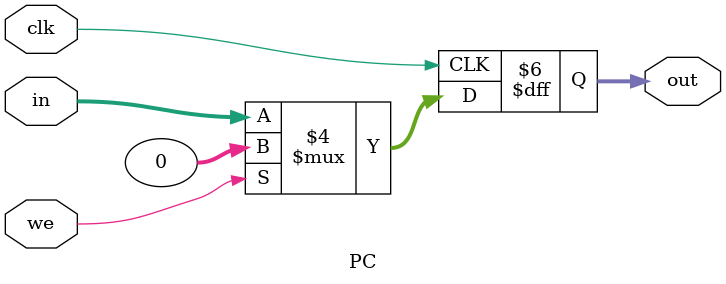
<source format=v>
module PC (
   in,out,clk,we
);

 input clk,we;
 input [31:0] in;
 output reg [31:0] out;

 always @(posedge clk) begin
   if (we==1) begin
      out = 32'd0;
   end else begin
      out = in;
   end
end   
endmodule
</source>
